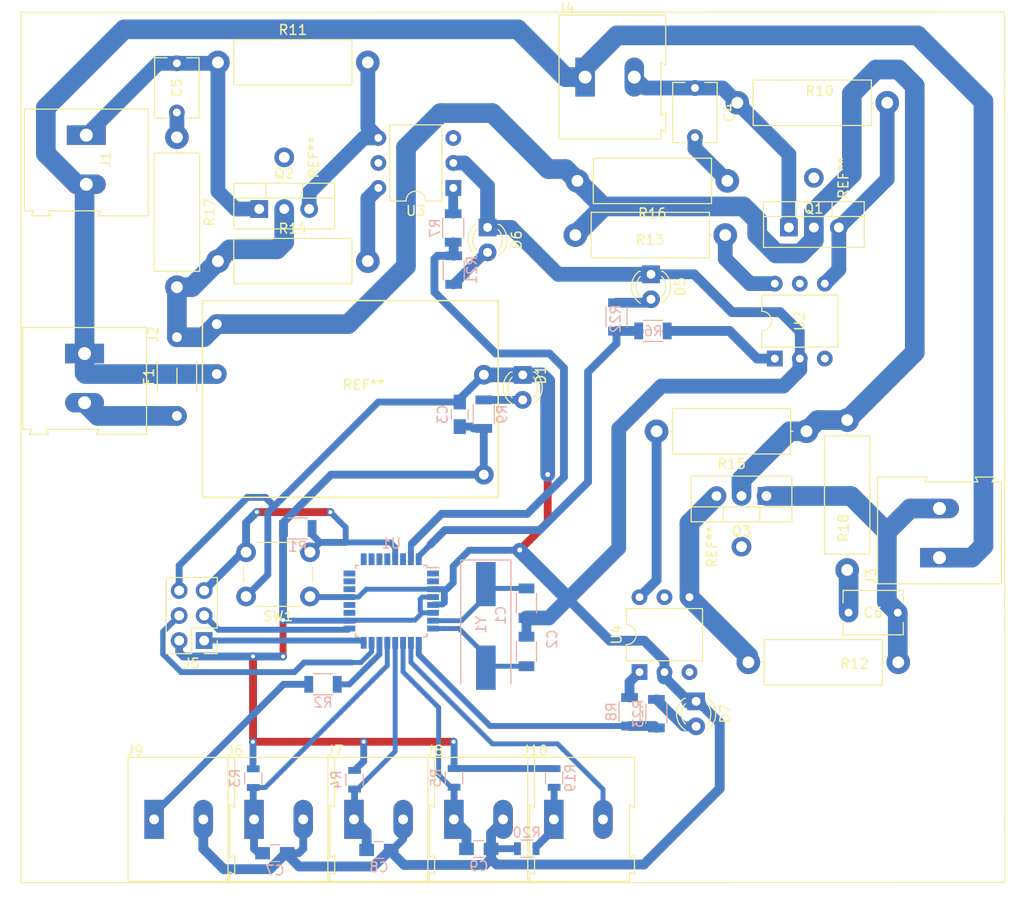
<source format=kicad_pcb>
(kicad_pcb (version 20171130) (host pcbnew "(5.1.4)-1")
  (layers (0 F.Cu signal) (31 B.Cu signal) (34 B.Paste user hide) (35 F.Paste user hide) (36 B.SilkS user hide) (37 F.SilkS user) (38 B.Mask user) (39 F.Mask user hide) (44 Edge.Cuts user hide))
  (net 0 "")
  (net 1 "Net-(C1-Pad1)")
  (net 2 Earth)
  (net 3 "Net-(C2-Pad1)")
  (net 4 +5V)
  (net 5 "Net-(C4-Pad2)")
  (net 6 /Pump)
  (net 7 /Valve)
  (net 8 "Net-(C5-Pad2)")
  (net 9 "Net-(C6-Pad2)")
  (net 10 /Motor)
  (net 11 /Button)
  (net 12 /Switch)
  (net 13 /Float)
  (net 14 "Net-(D1-Pad2)")
  (net 15 "Net-(D5-Pad2)")
  (net 16 "Net-(D6-Pad2)")
  (net 17 "Net-(D7-Pad2)")
  (net 18 "Net-(F1-Pad1)")
  (net 19 /RST)
  (net 20 /MOSI)
  (net 21 /SCK)
  (net 22 /MISO)
  (net 23 /Led)
  (net 24 "Net-(J10-Pad1)")
  (net 25 "Net-(Q1-Pad3)")
  (net 26 "Net-(Q2-Pad3)")
  (net 27 "Net-(Q3-Pad3)")
  (net 28 "Net-(R2-Pad2)")
  (net 29 /PumpPin)
  (net 30 /MotorPin)
  (net 31 "Net-(R13-Pad2)")
  (net 32 "Net-(R14-Pad2)")
  (net 33 "Net-(R15-Pad2)")
  (net 34 "Net-(U1-Pad28)")
  (net 35 "Net-(U1-Pad27)")
  (net 36 "Net-(U1-Pad26)")
  (net 37 "Net-(U1-Pad25)")
  (net 38 "Net-(U1-Pad24)")
  (net 39 "Net-(U1-Pad23)")
  (net 40 "Net-(U2-Pad5)")
  (net 41 "Net-(U2-Pad3)")
  (net 42 "Net-(U3-Pad3)")
  (net 43 "Net-(U3-Pad5)")
  (net 44 "Net-(U4-Pad3)")
  (net 45 "Net-(U4-Pad5)")
  (net 46 /220_In1)
  (net 47 /220_In2)
  (net 48 "Net-(R7-Pad1)")
  (net 49 "Net-(R6-Pad1)")
  (net 50 "Net-(R8-Pad1)")
  (net 51 "Net-(U1-Pad22)")
  (net 52 "Net-(U1-Pad20)")
  (net 53 "Net-(U1-Pad19)")
  (net 54 "Net-(U1-Pad1)")
  (net 55 /ValvePin)
  (net 56 /PD6)
  (net 57 "Net-(U1-Pad30)")
  (net 58 "Net-(U1-Pad2)")
  (module Resistors_SMD:R_0805 (layer B.Cu) (at 35.63 89.87 270)
    (fp_text reference R3 (at 0 1.85 90) (layer B.SilkS) (effects (justify mirror)))
    (fp_text value 150k)
    (pad 1 smd rect (at -0.95 0 270) (size 0.7 1.3) (layers B.Cu B.Paste B.Mask) (net 4 +5V))
    (pad 2 smd rect (at 0.95 0 270) (size 0.7 1.3) (layers B.Cu B.Paste B.Mask) (net 11 /Button))
  )
  (module Resistors_SMD:R_0805 (layer B.Cu) (at 66.22 89.85 90)
    (fp_text reference R19 (at 0 1.65 90) (layer B.SilkS) (effects (justify mirror)))
    (fp_text value R)
    (pad 2 smd rect (at 0.95 0 90) (size 0.7 1.3) (layers B.Cu B.Paste B.Mask) (net 4 +5V))
    (pad 1 smd rect (at -0.95 0 90) (size 0.7 1.3) (layers B.Cu B.Paste B.Mask) (net 24 "Net-(J10-Pad1)"))
  )
  (module Resistors_SMD:R_0805 (layer B.Cu) (at 45.93 90.03 270)
    (fp_text reference R4 (at 0 1.85 90) (layer B.SilkS) (effects (justify mirror)))
    (fp_text value 150k)
    (pad 1 smd rect (at -0.95 0 270) (size 0.7 1.3) (layers B.Cu B.Paste B.Mask) (net 4 +5V))
    (pad 2 smd rect (at 0.95 0 270) (size 0.7 1.3) (layers B.Cu B.Paste B.Mask) (net 12 /Switch))
  )
  (module Resistors_SMD:R_0805 (layer B.Cu) (at 56.05 89.84 270)
    (fp_text reference R5 (at 0 1.85 90) (layer B.SilkS) (effects (justify mirror)))
    (fp_text value 150k)
    (pad 1 smd rect (at -0.95 0 270) (size 0.7 1.3) (layers B.Cu B.Paste B.Mask) (net 4 +5V))
    (pad 2 smd rect (at 0.95 0 270) (size 0.7 1.3) (layers B.Cu B.Paste B.Mask) (net 13 /Float))
  )
  (module Resistors_SMD:R_1206 (layer B.Cu) (at 40.16 64.48)
    (fp_text reference R1 (at 0 1.85) (layer B.SilkS) (effects (justify mirror)))
    (fp_text value 10k)
    (pad 1 smd rect (at -1.45 0) (size 0.9 1.7) (layers B.Cu B.Paste B.Mask) (net 4 +5V))
    (pad 2 smd rect (at 1.45 0) (size 0.9 1.7) (layers B.Cu B.Paste B.Mask) (net 19 /RST))
  )
  (module Pin_Headers:Pin_Header_Straight_2x03_Pitch2.54mm (layer F.Cu) (at 30.64 75.88 180)
    (fp_text reference J5 (at 1.27 -2.33) (layer F.SilkS))
    (fp_text value ISCP)
    (pad 6 thru_hole oval (at 2.54 5.08 180) (size 1.7 1.7) (drill 1) (layers *.Cu *.Mask) (net 2 Earth))
    (pad 5 thru_hole oval (at 0 5.08 180) (size 1.7 1.7) (drill 1) (layers *.Cu *.Mask) (net 19 /RST))
    (pad 4 thru_hole oval (at 2.54 2.54 180) (size 1.7 1.7) (drill 1) (layers *.Cu *.Mask) (net 20 /MOSI))
    (pad 3 thru_hole oval (at 0 2.54 180) (size 1.7 1.7) (drill 1) (layers *.Cu *.Mask) (net 21 /SCK))
    (pad 2 thru_hole oval (at 2.54 0 180) (size 1.7 1.7) (drill 1) (layers *.Cu *.Mask) (net 4 +5V))
    (pad 1 thru_hole rect (at 0 0 180) (size 1.7 1.7) (drill 1) (layers *.Cu *.Mask) (net 22 /MISO))
  )
  (module Buttons_Switches_THT:SW_PUSH_6mm (layer F.Cu) (at 41.4 71.4 180)
    (fp_text reference SW1 (at 3.25 -2) (layer F.SilkS))
    (fp_text value SW_Push)
    (pad 1 thru_hole circle (at 6.5 0 270) (size 2 2) (drill 1.1) (layers *.Cu *.Mask) (net 2 Earth))
    (pad 2 thru_hole circle (at 6.5 4.5 270) (size 2 2) (drill 1.1) (layers *.Cu *.Mask) (net 19 /RST))
    (pad 1 thru_hole circle (at 0 0 270) (size 2 2) (drill 1.1) (layers *.Cu *.Mask) (net 2 Earth))
    (pad 2 thru_hole circle (at 0 4.5 270) (size 2 2) (drill 1.1) (layers *.Cu *.Mask) (net 19 /RST))
  )
  (module Crystals:Crystal_SMD_HC49-SD (layer B.Cu) (at 59.28 74.39 270)
    (fp_text reference Y1 (at -0.11 0.48 270) (layer B.SilkS) (effects (justify mirror)))
    (fp_text value 16MHz)
    (pad 2 smd rect (at 4.25 0 270) (size 4.5 2) (layers B.Cu B.Paste B.Mask) (net 3 "Net-(C2-Pad1)"))
    (pad 1 smd rect (at -4.25 0 270) (size 4.5 2) (layers B.Cu B.Paste B.Mask) (net 1 "Net-(C1-Pad1)"))
  )
  (module Housings_QFP:LQFP-32_7x7mm_Pitch0.8mm (layer B.Cu) (at 49.66 71.86 180)
    (fp_text reference U1 (at 0 5.85) (layer B.SilkS) (effects (justify mirror)))
    (fp_text value ATmega8A-AU)
    (pad 32 smd rect (at -2.8 4.25 90) (size 1.2 0.6) (layers B.Cu B.Paste B.Mask) (net 29 /PumpPin))
    (pad 31 smd rect (at -2 4.25 90) (size 1.2 0.6) (layers B.Cu B.Paste B.Mask) (net 55 /ValvePin))
    (pad 30 smd rect (at -1.2 4.25 90) (size 1.2 0.6) (layers B.Cu B.Paste B.Mask) (net 57 "Net-(U1-Pad30)"))
    (pad 29 smd rect (at -0.4 4.25 90) (size 1.2 0.6) (layers B.Cu B.Paste B.Mask) (net 19 /RST))
    (pad 28 smd rect (at 0.4 4.25 90) (size 1.2 0.6) (layers B.Cu B.Paste B.Mask) (net 34 "Net-(U1-Pad28)"))
    (pad 27 smd rect (at 1.2 4.25 90) (size 1.2 0.6) (layers B.Cu B.Paste B.Mask) (net 35 "Net-(U1-Pad27)"))
    (pad 26 smd rect (at 2 4.25 90) (size 1.2 0.6) (layers B.Cu B.Paste B.Mask) (net 36 "Net-(U1-Pad26)"))
    (pad 25 smd rect (at 2.8 4.25 90) (size 1.2 0.6) (layers B.Cu B.Paste B.Mask) (net 37 "Net-(U1-Pad25)"))
    (pad 24 smd rect (at 4.25 2.8 180) (size 1.2 0.6) (layers B.Cu B.Paste B.Mask) (net 38 "Net-(U1-Pad24)"))
    (pad 23 smd rect (at 4.25 2 180) (size 1.2 0.6) (layers B.Cu B.Paste B.Mask) (net 39 "Net-(U1-Pad23)"))
    (pad 22 smd rect (at 4.25 1.2 180) (size 1.2 0.6) (layers B.Cu B.Paste B.Mask) (net 51 "Net-(U1-Pad22)"))
    (pad 21 smd rect (at 4.25 0.4 180) (size 1.2 0.6) (layers B.Cu B.Paste B.Mask) (net 2 Earth))
    (pad 20 smd rect (at 4.25 -0.4 180) (size 1.2 0.6) (layers B.Cu B.Paste B.Mask) (net 52 "Net-(U1-Pad20)"))
    (pad 19 smd rect (at 4.25 -1.2 180) (size 1.2 0.6) (layers B.Cu B.Paste B.Mask) (net 53 "Net-(U1-Pad19)"))
    (pad 18 smd rect (at 4.25 -2 180) (size 1.2 0.6) (layers B.Cu B.Paste B.Mask) (net 4 +5V))
    (pad 17 smd rect (at 4.25 -2.8 180) (size 1.2 0.6) (layers B.Cu B.Paste B.Mask) (net 21 /SCK))
    (pad 16 smd rect (at 2.8 -4.25 90) (size 1.2 0.6) (layers B.Cu B.Paste B.Mask) (net 22 /MISO))
    (pad 15 smd rect (at 2 -4.25 90) (size 1.2 0.6) (layers B.Cu B.Paste B.Mask) (net 20 /MOSI))
    (pad 14 smd rect (at 1.2 -4.25 90) (size 1.2 0.6) (layers B.Cu B.Paste B.Mask) (net 28 "Net-(R2-Pad2)"))
    (pad 13 smd rect (at 0.4 -4.25 90) (size 1.2 0.6) (layers B.Cu B.Paste B.Mask) (net 11 /Button))
    (pad 12 smd rect (at -0.4 -4.25 90) (size 1.2 0.6) (layers B.Cu B.Paste B.Mask) (net 12 /Switch))
    (pad 11 smd rect (at -1.2 -4.25 90) (size 1.2 0.6) (layers B.Cu B.Paste B.Mask) (net 13 /Float))
    (pad 10 smd rect (at -2 -4.25 90) (size 1.2 0.6) (layers B.Cu B.Paste B.Mask) (net 56 /PD6))
    (pad 9 smd rect (at -2.8 -4.25 90) (size 1.2 0.6) (layers B.Cu B.Paste B.Mask) (net 30 /MotorPin))
    (pad 8 smd rect (at -4.25 -2.8 180) (size 1.2 0.6) (layers B.Cu B.Paste B.Mask) (net 3 "Net-(C2-Pad1)"))
    (pad 7 smd rect (at -4.25 -2 180) (size 1.2 0.6) (layers B.Cu B.Paste B.Mask) (net 1 "Net-(C1-Pad1)"))
    (pad 6 smd rect (at -4.25 -1.2 180) (size 1.2 0.6) (layers B.Cu B.Paste B.Mask) (net 4 +5V))
    (pad 5 smd rect (at -4.25 -0.4 180) (size 1.2 0.6) (layers B.Cu B.Paste B.Mask) (net 2 Earth))
    (pad 4 smd rect (at -4.25 0.4 180) (size 1.2 0.6) (layers B.Cu B.Paste B.Mask) (net 4 +5V))
    (pad 3 smd rect (at -4.25 1.2 180) (size 1.2 0.6) (layers B.Cu B.Paste B.Mask) (net 2 Earth))
    (pad 2 smd rect (at -4.25 2 180) (size 1.2 0.6) (layers B.Cu B.Paste B.Mask) (net 58 "Net-(U1-Pad2)"))
    (pad 1 smd rect (at -4.25 2.8 180) (size 1.2 0.6) (layers B.Cu B.Paste B.Mask) (net 54 "Net-(U1-Pad1)"))
  )
  (module Capacitors_SMD:C_0805_HandSoldering (layer B.Cu) (at 58.56 97.07)
    (fp_text reference C9 (at 0 1.75) (layer B.SilkS) (effects (justify mirror)))
    (fp_text value 0.33uF)
    (pad 1 smd rect (at -1.25 0) (size 1.5 1.25) (layers B.Cu B.Paste B.Mask) (net 13 /Float))
    (pad 2 smd rect (at 1.25 0) (size 1.5 1.25) (layers B.Cu B.Paste B.Mask) (net 2 Earth))
  )
  (module Capacitors_SMD:C_1206 (layer B.Cu) (at 63.41 72.08 270)
    (fp_text reference C1 (at 1.25 2.61 270) (layer B.SilkS) (effects (justify mirror)))
    (fp_text value 22p)
    (pad 1 smd rect (at -1.5 0 270) (size 1 1.6) (layers B.Cu B.Paste B.Mask) (net 1 "Net-(C1-Pad1)"))
    (pad 2 smd rect (at 1.5 0 270) (size 1 1.6) (layers B.Cu B.Paste B.Mask) (net 2 Earth))
  )
  (module Capacitors_SMD:C_1206 (layer B.Cu) (at 63.41 76.99 90)
    (fp_text reference C2 (at 1.25 2.61 270) (layer B.SilkS) (effects (justify mirror)))
    (fp_text value 22p)
    (pad 1 smd rect (at -1.5 0 90) (size 1 1.6) (layers B.Cu B.Paste B.Mask) (net 3 "Net-(C2-Pad1)"))
    (pad 2 smd rect (at 1.5 0 90) (size 1 1.6) (layers B.Cu B.Paste B.Mask) (net 2 Earth))
  )
  (module Connectors_Terminal_Blocks:TerminalBlock_Altech_AK300-2_P5.00mm (layer F.Cu) (at 35.71 94.06)
    (fp_text reference J6 (at -1.92 -6.99) (layer F.SilkS))
    (fp_text value ButtonOUT)
    (pad 1 thru_hole rect (at 0 0) (size 1.98 3.96) (drill 1) (layers *.Cu *.Mask) (net 11 /Button))
    (pad 2 thru_hole oval (at 5 0) (size 1.98 3.96) (drill 1) (layers *.Cu *.Mask) (net 2 Earth))
  )
  (module Connectors_Terminal_Blocks:TerminalBlock_Altech_AK300-2_P5.00mm (layer F.Cu) (at 56.03 94.06)
    (fp_text reference J8 (at -1.92 -6.99) (layer F.SilkS))
    (fp_text value FloatOUT)
    (pad 2 thru_hole oval (at 5 0) (size 1.98 3.96) (drill 1) (layers *.Cu *.Mask) (net 2 Earth))
    (pad 1 thru_hole rect (at 0 0) (size 1.98 3.96) (drill 1) (layers *.Cu *.Mask) (net 13 /Float))
  )
  (module Capacitors_SMD:C_0805_HandSoldering (layer B.Cu) (at 37.83 97.5)
    (fp_text reference C7 (at 0 1.75) (layer B.SilkS) (effects (justify mirror)))
    (fp_text value 0.33uF)
    (pad 2 smd rect (at 1.25 0) (size 1.5 1.25) (layers B.Cu B.Paste B.Mask) (net 2 Earth))
    (pad 1 smd rect (at -1.25 0) (size 1.5 1.25) (layers B.Cu B.Paste B.Mask) (net 11 /Button))
  )
  (module Resistors_SMD:R_1206 (layer B.Cu) (at 73.89 83.12 270)
    (fp_text reference R8 (at 0 1.85 90) (layer B.SilkS) (effects (justify mirror)))
    (fp_text value 220)
    (pad 2 smd rect (at 1.45 0 270) (size 0.9 1.7) (layers B.Cu B.Paste B.Mask) (net 30 /MotorPin))
    (pad 1 smd rect (at -1.45 0 270) (size 0.9 1.7) (layers B.Cu B.Paste B.Mask) (net 50 "Net-(R8-Pad1)"))
  )
  (module Resistors_SMD:R_1206 (layer B.Cu) (at 76.62 83.31 270)
    (fp_text reference R23 (at 0 1.85 90) (layer B.SilkS) (effects (justify mirror)))
    (fp_text value 220)
    (pad 1 smd rect (at -1.45 0 270) (size 0.9 1.7) (layers B.Cu B.Paste B.Mask) (net 17 "Net-(D7-Pad2)"))
    (pad 2 smd rect (at 1.45 0 270) (size 0.9 1.7) (layers B.Cu B.Paste B.Mask) (net 30 /MotorPin))
  )
  (module LEDs:LED_D3.0mm (layer F.Cu) (at 80.66 82.06 270)
    (fp_text reference D7 (at 1.27 -2.96 90) (layer F.SilkS))
    (fp_text value LED)
    (pad 2 thru_hole circle (at 2.54 0 270) (size 1.8 1.8) (drill 0.9) (layers *.Cu *.Mask) (net 17 "Net-(D7-Pad2)"))
    (pad 1 thru_hole rect (at 0 0 270) (size 1.8 1.8) (drill 0.9) (layers *.Cu *.Mask) (net 2 Earth))
  )
  (module Housings_DIP:DIP-6_W7.62mm (layer F.Cu) (at 74.9 79.09 90)
    (fp_text reference U4 (at 3.81 -2.33 90) (layer F.SilkS))
    (fp_text value MOC3023M)
    (pad 1 thru_hole rect (at 0 0 90) (size 1.6 1.6) (drill 0.8) (layers *.Cu *.Mask) (net 50 "Net-(R8-Pad1)"))
    (pad 4 thru_hole oval (at 7.62 5.08 90) (size 1.6 1.6) (drill 0.8) (layers *.Cu *.Mask) (net 27 "Net-(Q3-Pad3)"))
    (pad 2 thru_hole oval (at 0 2.54 90) (size 1.6 1.6) (drill 0.8) (layers *.Cu *.Mask) (net 2 Earth))
    (pad 5 thru_hole oval (at 7.62 2.54 90) (size 1.6 1.6) (drill 0.8) (layers *.Cu *.Mask) (net 45 "Net-(U4-Pad5)"))
    (pad 3 thru_hole oval (at 0 5.08 90) (size 1.6 1.6) (drill 0.8) (layers *.Cu *.Mask) (net 44 "Net-(U4-Pad3)"))
    (pad 6 thru_hole oval (at 7.62 0 90) (size 1.6 1.6) (drill 0.8) (layers *.Cu *.Mask) (net 33 "Net-(R15-Pad2)"))
  )
  (module Resistors_SMD:R_1206 (layer B.Cu) (at 59.07 52.86 90)
    (fp_text reference R9 (at 0 1.85 90) (layer B.SilkS) (effects (justify mirror)))
    (fp_text value 270)
    (pad 2 smd rect (at 1.45 0 90) (size 0.9 1.7) (layers B.Cu B.Paste B.Mask) (net 14 "Net-(D1-Pad2)"))
    (pad 1 smd rect (at -1.45 0 90) (size 0.9 1.7) (layers B.Cu B.Paste B.Mask) (net 4 +5V))
  )
  (module Capacitors_SMD:C_0805_HandSoldering (layer B.Cu) (at 48.41 97.17)
    (fp_text reference C8 (at 0 1.75) (layer B.SilkS) (effects (justify mirror)))
    (fp_text value 0.33uF)
    (pad 2 smd rect (at 1.25 0) (size 1.5 1.25) (layers B.Cu B.Paste B.Mask) (net 2 Earth))
    (pad 1 smd rect (at -1.25 0) (size 1.5 1.25) (layers B.Cu B.Paste B.Mask) (net 12 /Switch))
  )
  (module "Library:BP pod vpaiky" (layer F.Cu) (at 60.534 61.314 180)
    (fp_text reference REF** (at 13.6728 11.436) (layer F.SilkS))
    (fp_text value BP_12V)
    (pad 1 thru_hole circle (at 28.61 17.61 180) (size 2 2) (drill 1) (layers *.Cu *.Mask) (net 46 /220_In1))
    (pad 2 thru_hole circle (at 28.61 12.53 180) (size 2 2) (drill 1) (layers *.Cu *.Mask) (net 47 /220_In2))
    (pad 3 thru_hole circle (at 1.46 2.3 180) (size 2 2) (drill 1) (layers *.Cu *.Mask) (net 4 +5V))
    (pad 4 thru_hole circle (at 1.46 12.46 180) (size 2 2) (drill 1) (layers *.Cu *.Mask) (net 2 Earth))
  )
  (module Capacitors_SMD:C_0805_HandSoldering (layer B.Cu) (at 56.63 52.88 270)
    (fp_text reference C3 (at 0 1.75 90) (layer B.SilkS) (effects (justify mirror)))
    (fp_text value 100nF)
    (pad 1 smd rect (at -1.25 0 270) (size 1.5 1.25) (layers B.Cu B.Paste B.Mask) (net 2 Earth))
    (pad 2 smd rect (at 1.25 0 270) (size 1.5 1.25) (layers B.Cu B.Paste B.Mask) (net 4 +5V))
  )
  (module LEDs:LED_D3.0mm (layer F.Cu) (at 63.03 48.87 270)
    (fp_text reference D1 (at 0 -1.85 90) (layer F.SilkS))
    (fp_text value LED)
    (pad 1 thru_hole rect (at 0 0 270) (size 1.8 1.8) (drill 0.9) (layers *.Cu *.Mask) (net 2 Earth))
    (pad 2 thru_hole circle (at 2.54 0 270) (size 1.8 1.8) (drill 0.9) (layers *.Cu *.Mask) (net 14 "Net-(D1-Pad2)"))
  )
  (module Resistors_SMD:R_1206 (layer B.Cu) (at 76.27 44.4 180)
    (fp_text reference R6 (at -0.02 -0.02) (layer B.SilkS) (effects (justify mirror)))
    (fp_text value 220)
    (pad 1 smd rect (at -1.45 0 180) (size 0.9 1.7) (layers B.Cu B.Paste B.Mask) (net 49 "Net-(R6-Pad1)"))
    (pad 2 smd rect (at 1.45 0 180) (size 0.9 1.7) (layers B.Cu B.Paste B.Mask) (net 29 /PumpPin))
  )
  (module Resistors_SMD:R_1206 (layer B.Cu) (at 72.56 42.98 270)
    (fp_text reference R22 (at 0.19 0.1 90) (layer B.SilkS) (effects (justify mirror)))
    (fp_text value 220)
    (pad 1 smd rect (at -1.45 0 270) (size 0.9 1.7) (layers B.Cu B.Paste B.Mask) (net 15 "Net-(D5-Pad2)"))
    (pad 2 smd rect (at 1.45 0 270) (size 0.9 1.7) (layers B.Cu B.Paste B.Mask) (net 29 /PumpPin))
  )
  (module Measurement_Points:Measurement_Point_Round-TH_Big (layer F.Cu) (at 38.778 26.752 270)
    (fp_text reference REF** (at 0 -3 90) (layer F.SilkS))
    (fp_text value " ")
    (pad 1 thru_hole circle (at 0 0 270) (size 2 2) (drill 1.1) (layers *.Cu *.Mask))
  )
  (module Measurement_Points:Measurement_Point_Round-TH_Big (layer F.Cu) (at 92.63 28.83 270)
    (fp_text reference REF** (at 0 -3 90) (layer F.SilkS))
    (fp_text value " ")
    (pad 1 thru_hole circle (at 0 0 270) (size 2 2) (drill 1.1) (layers *.Cu *.Mask))
  )
  (module Capacitors_THT:C_Disc_D6.0mm_W4.4mm_P5.00mm (layer F.Cu) (at 80.54 19.7 270)
    (fp_text reference C4 (at 2.5 -3.51 90) (layer F.SilkS))
    (fp_text value 0.01uF)
    (pad 2 thru_hole circle (at 5 0 270) (size 1.6 1.6) (drill 0.8) (layers *.Cu *.Mask) (net 5 "Net-(C4-Pad2)"))
    (pad 1 thru_hole circle (at 0 0 270) (size 1.6 1.6) (drill 0.8) (layers *.Cu *.Mask) (net 6 /Pump))
  )
  (module TO_SOT_Packages_THT:TO-220-3_Vertical (layer F.Cu) (at 90.09 33.88)
    (fp_text reference Q1 (at 2.525 -1.925) (layer F.SilkS))
    (fp_text value BT136)
    (pad 3 thru_hole oval (at 5.08 0) (size 1.8 1.8) (drill 1) (layers *.Cu *.Mask) (net 25 "Net-(Q1-Pad3)"))
    (pad 2 thru_hole oval (at 2.54 0) (size 1.8 1.8) (drill 1) (layers *.Cu *.Mask) (net 46 /220_In1))
    (pad 1 thru_hole rect (at 0 0) (size 1.8 1.8) (drill 1) (layers *.Cu *.Mask) (net 6 /Pump))
  )
  (module Housings_DIP:DIP-6_W7.62mm (layer F.Cu) (at 88.66 47.21 90)
    (fp_text reference U2 (at 3.8 2.54 90) (layer F.SilkS))
    (fp_text value MOC3023M)
    (pad 1 thru_hole rect (at 0 0 90) (size 1.6 1.6) (drill 0.8) (layers *.Cu *.Mask) (net 49 "Net-(R6-Pad1)"))
    (pad 4 thru_hole oval (at 7.62 5.08 90) (size 1.6 1.6) (drill 0.8) (layers *.Cu *.Mask) (net 25 "Net-(Q1-Pad3)"))
    (pad 2 thru_hole oval (at 0 2.54 90) (size 1.6 1.6) (drill 0.8) (layers *.Cu *.Mask) (net 2 Earth))
    (pad 5 thru_hole oval (at 7.62 2.54 90) (size 1.6 1.6) (drill 0.8) (layers *.Cu *.Mask) (net 40 "Net-(U2-Pad5)"))
    (pad 3 thru_hole oval (at 0 5.08 90) (size 1.6 1.6) (drill 0.8) (layers *.Cu *.Mask) (net 41 "Net-(U2-Pad3)"))
    (pad 6 thru_hole oval (at 7.62 0 90) (size 1.6 1.6) (drill 0.8) (layers *.Cu *.Mask) (net 31 "Net-(R13-Pad2)"))
  )
  (module Resistors_THT:R_Axial_DIN0414_L11.9mm_D4.5mm_P15.24mm_Horizontal (layer F.Cu) (at 83.83 29.14 180)
    (fp_text reference R16 (at 7.62 -3.31) (layer F.SilkS))
    (fp_text value 39)
    (pad 1 thru_hole circle (at 0 0 180) (size 2.4 2.4) (drill 1.2) (layers *.Cu *.Mask) (net 5 "Net-(C4-Pad2)"))
    (pad 2 thru_hole oval (at 15.24 0 180) (size 2.4 2.4) (drill 1.2) (layers *.Cu *.Mask) (net 46 /220_In1))
  )
  (module Resistors_THT:R_Axial_DIN0414_L11.9mm_D4.5mm_P15.24mm_Horizontal (layer F.Cu) (at 84.85 21.2)
    (fp_text reference R10 (at 8.375 -1.2) (layer F.SilkS))
    (fp_text value 330)
    (pad 2 thru_hole oval (at 15.24 0) (size 2.4 2.4) (drill 1.2) (layers *.Cu *.Mask) (net 25 "Net-(Q1-Pad3)"))
    (pad 1 thru_hole circle (at 0 0) (size 2.4 2.4) (drill 1.2) (layers *.Cu *.Mask) (net 6 /Pump))
  )
  (module Resistors_THT:R_Axial_DIN0414_L11.9mm_D4.5mm_P15.24mm_Horizontal (layer F.Cu) (at 68.38 34.65)
    (fp_text reference R13 (at 7.6 0.5) (layer F.SilkS))
    (fp_text value 390)
    (pad 1 thru_hole circle (at 0 0) (size 2.4 2.4) (drill 1.2) (layers *.Cu *.Mask) (net 46 /220_In1))
    (pad 2 thru_hole oval (at 15.24 0) (size 2.4 2.4) (drill 1.2) (layers *.Cu *.Mask) (net 31 "Net-(R13-Pad2)"))
  )
  (module Measurement_Points:Measurement_Point_Round-TH_Big (layer F.Cu) (at 85.274 66.332 90)
    (fp_text reference REF** (at 0 -3 90) (layer F.SilkS))
    (fp_text value " ")
    (pad 1 thru_hole circle (at 0 0 90) (size 2 2) (drill 1.1) (layers *.Cu *.Mask))
  )
  (module Capacitors_THT:C_Disc_D6.0mm_W4.4mm_P5.00mm (layer F.Cu) (at 27.86 17.19 270)
    (fp_text reference C5 (at 2.498 -0.002 90) (layer F.SilkS))
    (fp_text value 0.01uF)
    (pad 1 thru_hole circle (at 0 0 270) (size 1.6 1.6) (drill 0.8) (layers *.Cu *.Mask) (net 7 /Valve))
    (pad 2 thru_hole circle (at 5 0 270) (size 1.6 1.6) (drill 0.8) (layers *.Cu *.Mask) (net 8 "Net-(C5-Pad2)"))
  )
  (module Capacitors_THT:C_Disc_D6.0mm_W4.4mm_P5.00mm (layer F.Cu) (at 101.16 73.04 180)
    (fp_text reference C6 (at 2.5 0) (layer F.SilkS))
    (fp_text value 0.01uF)
    (pad 1 thru_hole circle (at 0 0 180) (size 1.6 1.6) (drill 0.8) (layers *.Cu *.Mask) (net 10 /Motor))
    (pad 2 thru_hole circle (at 5 0 180) (size 1.6 1.6) (drill 0.8) (layers *.Cu *.Mask) (net 9 "Net-(C6-Pad2)"))
  )
  (module Library:MyBladeFuse (layer F.Cu) (at 27.87 53.04 90)
    (fp_text reference F1 (at 3.95 -2.85 90) (layer F.SilkS))
    (fp_text value Fuse)
    (pad 2 thru_hole oval (at 8 0 90) (size 2 2) (drill 1) (layers *.Cu *.Mask) (net 46 /220_In1))
    (pad 1 thru_hole oval (at 0 0 90) (size 2 2) (drill 1) (layers *.Cu *.Mask) (net 18 "Net-(F1-Pad1)"))
  )
  (module Connectors_Terminal_Blocks:TerminalBlock_Altech_AK300-2_P5.00mm (layer F.Cu) (at 18.658 24.492 270)
    (fp_text reference J1 (at 2.498 -1.992 90) (layer F.SilkS))
    (fp_text value ValveOUT)
    (pad 2 thru_hole oval (at 5 0 270) (size 1.98 3.96) (drill 1.32) (layers *.Cu *.Mask) (net 47 /220_In2))
    (pad 1 thru_hole rect (at 0 0 270) (size 1.98 3.96) (drill 1.32) (layers *.Cu *.Mask) (net 7 /Valve))
  )
  (module Connectors_Terminal_Blocks:TerminalBlock_Altech_AK300-2_P5.00mm (layer F.Cu) (at 18.479 46.7 270)
    (fp_text reference J2 (at -1.92 -6.99 90) (layer F.SilkS))
    (fp_text value 220V_IN)
    (pad 2 thru_hole oval (at 5 0 270) (size 1.98 3.96) (drill 1.32) (layers *.Cu *.Mask) (net 18 "Net-(F1-Pad1)"))
    (pad 1 thru_hole rect (at 0 0 270) (size 1.98 3.96) (drill 1.32) (layers *.Cu *.Mask) (net 47 /220_In2))
  )
  (module Connectors_Terminal_Blocks:TerminalBlock_Altech_AK300-2_P5.00mm (layer F.Cu) (at 105.404 67.452 90)
    (fp_text reference J3 (at -1.92 -6.99 90) (layer F.SilkS))
    (fp_text value MotorOUT)
    (pad 1 thru_hole rect (at 0 0 90) (size 1.98 3.96) (drill 1.32) (layers *.Cu *.Mask) (net 47 /220_In2))
    (pad 2 thru_hole oval (at 5 0 90) (size 1.98 3.96) (drill 1.32) (layers *.Cu *.Mask) (net 10 /Motor))
  )
  (module Connectors_Terminal_Blocks:TerminalBlock_Altech_AK300-2_P5.00mm (layer F.Cu) (at 69.37 18.59)
    (fp_text reference J4 (at -1.92 -6.99) (layer F.SilkS))
    (fp_text value PumpOUT)
    (pad 1 thru_hole rect (at 0 0) (size 1.98 3.96) (drill 1.32) (layers *.Cu *.Mask) (net 47 /220_In2))
    (pad 2 thru_hole oval (at 5 0) (size 1.98 3.96) (drill 1.32) (layers *.Cu *.Mask) (net 6 /Pump))
  )
  (module Connectors_Terminal_Blocks:TerminalBlock_Altech_AK300-2_P5.00mm (layer F.Cu) (at 45.87 94.06)
    (fp_text reference J7 (at -1.92 -6.99) (layer F.SilkS))
    (fp_text value SwitchOUT)
    (pad 2 thru_hole oval (at 5 0) (size 1.98 3.96) (drill 1) (layers *.Cu *.Mask) (net 2 Earth))
    (pad 1 thru_hole rect (at 0 0) (size 1.98 3.96) (drill 1) (layers *.Cu *.Mask) (net 12 /Switch))
  )
  (module Connectors_Terminal_Blocks:TerminalBlock_Altech_AK300-2_P5.00mm (layer F.Cu) (at 25.55 94.06)
    (fp_text reference J9 (at -1.92 -6.99) (layer F.SilkS))
    (fp_text value LedOUT)
    (pad 1 thru_hole rect (at 0 0) (size 1.98 3.96) (drill 1) (layers *.Cu *.Mask) (net 23 /Led))
    (pad 2 thru_hole oval (at 5 0) (size 1.98 3.96) (drill 1) (layers *.Cu *.Mask) (net 2 Earth))
  )
  (module Connectors_Terminal_Blocks:TerminalBlock_Altech_AK300-2_P5.00mm (layer F.Cu) (at 66.19 94.06)
    (fp_text reference J10 (at -1.92 -6.99) (layer F.SilkS))
    (fp_text value PD6)
    (pad 1 thru_hole rect (at 0 0) (size 1.98 3.96) (drill 1) (layers *.Cu *.Mask) (net 24 "Net-(J10-Pad1)"))
    (pad 2 thru_hole oval (at 5 0) (size 1.98 3.96) (drill 1) (layers *.Cu *.Mask) (net 56 /PD6))
  )
  (module TO_SOT_Packages_THT:TO-220-3_Vertical (layer F.Cu) (at 36.238 32.002)
    (fp_text reference Q2 (at 2.54 -3.62) (layer F.SilkS))
    (fp_text value BT136)
    (pad 1 thru_hole rect (at 0 0) (size 1.8 1.8) (drill 1) (layers *.Cu *.Mask) (net 7 /Valve))
    (pad 2 thru_hole oval (at 2.54 0) (size 1.8 1.8) (drill 1) (layers *.Cu *.Mask) (net 46 /220_In1))
    (pad 3 thru_hole oval (at 5.08 0) (size 1.8 1.8) (drill 1) (layers *.Cu *.Mask) (net 26 "Net-(Q2-Pad3)"))
  )
  (module TO_SOT_Packages_THT:TO-220-3_Vertical (layer F.Cu) (at 87.814 61.182 180)
    (fp_text reference Q3 (at 2.54 -3.62) (layer F.SilkS))
    (fp_text value BT136)
    (pad 1 thru_hole rect (at 0 0 180) (size 1.8 1.8) (drill 1) (layers *.Cu *.Mask) (net 10 /Motor))
    (pad 2 thru_hole oval (at 2.54 0 180) (size 1.8 1.8) (drill 1) (layers *.Cu *.Mask) (net 46 /220_In1))
    (pad 3 thru_hole oval (at 5.08 0 180) (size 1.8 1.8) (drill 1) (layers *.Cu *.Mask) (net 27 "Net-(Q3-Pad3)"))
  )
  (module Resistors_SMD:R_1206 (layer B.Cu) (at 42.72 80.33)
    (fp_text reference R2 (at 0 1.85) (layer B.SilkS) (effects (justify mirror)))
    (fp_text value 270)
    (pad 1 smd rect (at -1.45 0) (size 0.9 1.7) (layers B.Cu B.Paste B.Mask) (net 23 /Led))
    (pad 2 smd rect (at 1.45 0) (size 0.9 1.7) (layers B.Cu B.Paste B.Mask) (net 28 "Net-(R2-Pad2)"))
  )
  (module Resistors_SMD:R_1206 (layer B.Cu) (at 55.96 33.93 270)
    (fp_text reference R7 (at 0 1.85 90) (layer B.SilkS) (effects (justify mirror)))
    (fp_text value 220)
    (pad 1 smd rect (at -1.45 0 270) (size 0.9 1.7) (layers B.Cu B.Paste B.Mask) (net 48 "Net-(R7-Pad1)"))
    (pad 2 smd rect (at 1.45 0 270) (size 0.9 1.7) (layers B.Cu B.Paste B.Mask) (net 55 /ValvePin))
  )
  (module Resistors_THT:R_Axial_DIN0414_L11.9mm_D4.5mm_P15.24mm_Horizontal (layer F.Cu) (at 32.038 17.102)
    (fp_text reference R11 (at 7.62 -3.31) (layer F.SilkS))
    (fp_text value 330)
    (pad 1 thru_hole circle (at 0 0) (size 2.4 2.4) (drill 1.2) (layers *.Cu *.Mask) (net 7 /Valve))
    (pad 2 thru_hole oval (at 15.24 0) (size 2.4 2.4) (drill 1.2) (layers *.Cu *.Mask) (net 26 "Net-(Q2-Pad3)"))
  )
  (module Resistors_THT:R_Axial_DIN0414_L11.9mm_D4.5mm_P15.24mm_Horizontal (layer F.Cu) (at 101.21 78.09 180)
    (fp_text reference R12 (at 4.45 -0.15) (layer F.SilkS))
    (fp_text value 330)
    (pad 1 thru_hole circle (at 0 0 180) (size 2.4 2.4) (drill 1.2) (layers *.Cu *.Mask) (net 10 /Motor))
    (pad 2 thru_hole oval (at 15.24 0 180) (size 2.4 2.4) (drill 1.2) (layers *.Cu *.Mask) (net 27 "Net-(Q3-Pad3)"))
  )
  (module Resistors_THT:R_Axial_DIN0414_L11.9mm_D4.5mm_P15.24mm_Horizontal (layer F.Cu) (at 32.038 37.302)
    (fp_text reference R14 (at 7.62 -3.31) (layer F.SilkS))
    (fp_text value 390)
    (pad 2 thru_hole oval (at 15.24 0) (size 2.4 2.4) (drill 1.2) (layers *.Cu *.Mask) (net 32 "Net-(R14-Pad2)"))
    (pad 1 thru_hole circle (at 0 0) (size 2.4 2.4) (drill 1.2) (layers *.Cu *.Mask) (net 46 /220_In1))
  )
  (module Resistors_THT:R_Axial_DIN0414_L11.9mm_D4.5mm_P15.24mm_Horizontal (layer F.Cu) (at 91.879 54.602 180)
    (fp_text reference R15 (at 7.62 -3.31) (layer F.SilkS))
    (fp_text value 390)
    (pad 1 thru_hole circle (at 0 0 180) (size 2.4 2.4) (drill 1.2) (layers *.Cu *.Mask) (net 46 /220_In1))
    (pad 2 thru_hole oval (at 15.24 0 180) (size 2.4 2.4) (drill 1.2) (layers *.Cu *.Mask) (net 33 "Net-(R15-Pad2)"))
  )
  (module Resistors_THT:R_Axial_DIN0414_L11.9mm_D4.5mm_P15.24mm_Horizontal (layer F.Cu) (at 27.87 24.71 270)
    (fp_text reference R17 (at 7.62 -3.31 90) (layer F.SilkS))
    (fp_text value 39)
    (pad 2 thru_hole oval (at 15.24 0 270) (size 2.4 2.4) (drill 1.2) (layers *.Cu *.Mask) (net 46 /220_In1))
    (pad 1 thru_hole circle (at 0 0 270) (size 2.4 2.4) (drill 1.2) (layers *.Cu *.Mask) (net 8 "Net-(C5-Pad2)"))
  )
  (module Resistors_THT:R_Axial_DIN0414_L11.9mm_D4.5mm_P15.24mm_Horizontal (layer F.Cu) (at 96.019 68.702 90)
    (fp_text reference R18 (at 4.275 -0.375 90) (layer F.SilkS))
    (fp_text value 39)
    (pad 2 thru_hole oval (at 15.24 0 90) (size 2.4 2.4) (drill 1.2) (layers *.Cu *.Mask) (net 46 /220_In1))
    (pad 1 thru_hole circle (at 0 0 90) (size 2.4 2.4) (drill 1.2) (layers *.Cu *.Mask) (net 9 "Net-(C6-Pad2)"))
  )
  (module Resistors_SMD:R_0805 (layer B.Cu) (at 63.44 97.04 180)
    (fp_text reference R20 (at 0 1.65) (layer B.SilkS) (effects (justify mirror)))
    (fp_text value R)
    (pad 2 smd rect (at 0.95 0 180) (size 0.7 1.3) (layers B.Cu B.Paste B.Mask) (net 2 Earth))
    (pad 1 smd rect (at -0.95 0 180) (size 0.7 1.3) (layers B.Cu B.Paste B.Mask) (net 24 "Net-(J10-Pad1)"))
  )
  (module Housings_DIP:DIP-6_W7.62mm (layer F.Cu) (at 55.97 29.86 180)
    (fp_text reference U3 (at 3.81 -2.33) (layer F.SilkS))
    (fp_text value MOC3023M)
    (pad 6 thru_hole oval (at 7.62 0 180) (size 1.6 1.6) (drill 0.8) (layers *.Cu *.Mask) (net 32 "Net-(R14-Pad2)"))
    (pad 3 thru_hole oval (at 0 5.08 180) (size 1.6 1.6) (drill 0.8) (layers *.Cu *.Mask) (net 42 "Net-(U3-Pad3)"))
    (pad 5 thru_hole oval (at 7.62 2.54 180) (size 1.6 1.6) (drill 0.8) (layers *.Cu *.Mask) (net 43 "Net-(U3-Pad5)"))
    (pad 2 thru_hole oval (at 0 2.54 180) (size 1.6 1.6) (drill 0.8) (layers *.Cu *.Mask) (net 2 Earth))
    (pad 4 thru_hole oval (at 7.62 5.08 180) (size 1.6 1.6) (drill 0.8) (layers *.Cu *.Mask) (net 26 "Net-(Q2-Pad3)"))
    (pad 1 thru_hole rect (at 0 0 180) (size 1.6 1.6) (drill 0.8) (layers *.Cu *.Mask) (net 48 "Net-(R7-Pad1)"))
  )
  (module Resistors_SMD:R_1206 (layer B.Cu) (at 56.01 38.21 90)
    (fp_text reference R21 (at 0 1.85 90) (layer B.SilkS) (effects (justify mirror)))
    (fp_text value 220)
    (pad 2 smd rect (at 1.45 0 90) (size 0.9 1.7) (layers B.Cu B.Paste B.Mask) (net 55 /ValvePin))
    (pad 1 smd rect (at -1.45 0 90) (size 0.9 1.7) (layers B.Cu B.Paste B.Mask) (net 16 "Net-(D6-Pad2)"))
  )
  (module LEDs:LED_D3.0mm (layer F.Cu) (at 76.07 38.64 270)
    (fp_text reference D5 (at 1.27 -2.96 90) (layer F.SilkS))
    (fp_text value LED)
    (pad 2 thru_hole circle (at 2.54 0 270) (size 1.8 1.8) (drill 0.9) (layers *.Cu *.Mask) (net 15 "Net-(D5-Pad2)"))
    (pad 1 thru_hole rect (at 0 0 270) (size 1.8 1.8) (drill 0.9) (layers *.Cu *.Mask) (net 2 Earth))
  )
  (module LEDs:LED_D3.0mm (layer F.Cu) (at 59.45 33.87 270)
    (fp_text reference D6 (at 1.27 -2.96 90) (layer F.SilkS))
    (fp_text value LED)
    (pad 2 thru_hole circle (at 2.54 0 270) (size 1.8 1.8) (drill 0.9) (layers *.Cu *.Mask) (net 16 "Net-(D6-Pad2)"))
    (pad 1 thru_hole rect (at 0 0 270) (size 1.8 1.8) (drill 0.9) (layers *.Cu *.Mask) (net 2 Earth))
  )
  (gr_line (start 12.01 100.48) (end 12.01 12) (layer F.SilkS) (width 0.12))
  (gr_line (start 112.02 100.48) (end 12.02 100.5) (layer F.SilkS) (width 0.12))
  (gr_line (start 112.01 11.98) (end 112.03 100.48) (layer F.SilkS) (width 0.12))
  (gr_line (start 12.01 12) (end 112.01 11.98) (layer F.SilkS) (width 0.12))
  (via (at 62.72 66.67) (size 1) (drill 0.5) (layers F.Cu B.Cu) (net 2))
  (segment (start 53.91 73.86) (end 56.81 73.86) (width 0.5) (layer B.Cu) (net 1))
  (segment (start 56.81 73.86) (end 59.28 71.39) (width 0.5) (layer B.Cu) (net 1))
  (segment (start 59.28 71.39) (end 59.28 70.14) (width 0.5) (layer B.Cu) (net 1))
  (segment (start 63.41 70.58) (end 59.72 70.58) (width 0.5) (layer B.Cu) (net 1))
  (segment (start 59.72 70.58) (end 59.28 70.14) (width 0.5) (layer B.Cu) (net 1))
  (segment (start 59.09 48.87) (end 59.074 48.854) (width 1) (layer B.Cu) (net 2))
  (segment (start 56.63 51.63) (end 56.63 51.298) (width 0.8) (layer B.Cu) (net 2))
  (segment (start 63.03 48.87) (end 59.09 48.87) (width 1.5) (layer B.Cu) (net 2))
  (segment (start 56.63 51.298) (end 59.074 48.854) (width 0.8) (layer B.Cu) (net 2))
  (segment (start 80.66 82.06) (end 80.41 82.06) (width 1) (layer B.Cu) (net 2))
  (segment (start 55.06 70.899998) (end 55.06 71.53) (width 0.7) (layer B.Cu) (net 2))
  (segment (start 55.06 71.53) (end 55.06 72.020002) (width 0.7) (layer B.Cu) (net 2))
  (segment (start 53.959999 72.210001) (end 53.91 72.26) (width 0.5) (layer B.Cu) (net 2))
  (segment (start 55.06 72.020002) (end 54.870001 72.210001) (width 0.6) (layer B.Cu) (net 2))
  (segment (start 53.91 70.66) (end 47.120002 70.66) (width 0.5) (layer B.Cu) (net 2))
  (segment (start 54.820002 70.66) (end 55.06 70.899998) (width 0.5) (layer B.Cu) (net 2))
  (segment (start 47.120002 70.66) (end 46.320002 71.46) (width 0.5) (layer B.Cu) (net 2))
  (segment (start 54.870001 72.210001) (end 53.959999 72.210001) (width 0.6) (layer B.Cu) (net 2))
  (segment (start 53.91 70.66) (end 54.820002 70.66) (width 0.6) (layer B.Cu) (net 2))
  (segment (start 46.320002 71.46) (end 45.41 71.46) (width 0.5) (layer B.Cu) (net 2))
  (segment (start 63.41 75.49) (end 63.41 73.58) (width 1) (layer B.Cu) (net 2))
  (segment (start 54.820002 70.66) (end 55.3 70.66) (width 0.6) (layer B.Cu) (net 2))
  (segment (start 55.3 70.66) (end 55.96 70) (width 0.7) (layer B.Cu) (net 2))
  (segment (start 55.96 70) (end 55.96 69.05) (width 0.7) (layer B.Cu) (net 2))
  (segment (start 50.87 96.07) (end 49.66 97.28) (width 0.8) (layer B.Cu) (net 2))
  (segment (start 50.87 94.06) (end 50.87 96.07) (width 0.8) (layer B.Cu) (net 2))
  (segment (start 41.46 71.46) (end 45.41 71.46) (width 0.6) (layer B.Cu) (net 2))
  (segment (start 41.4 71.4) (end 41.46 71.46) (width 0.6) (layer B.Cu) (net 2))
  (segment (start 55.96 69.05) (end 55.96 68.32) (width 0.7) (layer B.Cu) (net 2))
  (segment (start 55.96 68.32) (end 57.58 66.7) (width 0.7) (layer B.Cu) (net 2))
  (segment (start 57.58 66.7) (end 62.7 66.7) (width 0.7) (layer B.Cu) (net 2))
  (via (at 65.57 59) (size 1) (drill 0.5) (layers F.Cu B.Cu) (net 2))
  (segment (start 65.57 51.581998) (end 65.57 59) (width 1.5) (layer B.Cu) (net 2))
  (segment (start 65.57 49.51) (end 65.57 51.581998) (width 1.5) (layer B.Cu) (net 2))
  (segment (start 63.03 48.87) (end 64.93 48.87) (width 1.5) (layer B.Cu) (net 2))
  (segment (start 64.93 48.87) (end 65.57 49.51) (width 1.5) (layer B.Cu) (net 2))
  (segment (start 65.57 63.83) (end 62.7 66.7) (width 0.8) (layer F.Cu) (net 2))
  (segment (start 65.57 59) (end 65.57 63.83) (width 0.8) (layer F.Cu) (net 2))
  (segment (start 40.71 97.04) (end 40.71 94.06) (width 0.8) (layer B.Cu) (net 2))
  (segment (start 40.25 97.5) (end 40.71 97.04) (width 0.8) (layer B.Cu) (net 2))
  (segment (start 39.08 97.5) (end 40.25 97.5) (width 0.8) (layer B.Cu) (net 2))
  (segment (start 77.44 77.95863) (end 77.44 79.09) (width 1) (layer B.Cu) (net 2))
  (segment (start 75.38137 75.9) (end 77.44 77.95863) (width 1) (layer B.Cu) (net 2))
  (segment (start 71.9 75.9) (end 75.38137 75.9) (width 1) (layer B.Cu) (net 2))
  (segment (start 65.69 73.58) (end 67.635 71.635) (width 1.5) (layer B.Cu) (net 2))
  (segment (start 63.41 73.58) (end 65.69 73.58) (width 1.5) (layer B.Cu) (net 2))
  (segment (start 62.7 66.7) (end 67.635 71.635) (width 1.5) (layer B.Cu) (net 2))
  (segment (start 67.635 71.635) (end 71.9 75.9) (width 1) (layer B.Cu) (net 2))
  (segment (start 80.46 38.64) (end 76.07 38.64) (width 1) (layer B.Cu) (net 2))
  (segment (start 84.31 42.49) (end 80.46 38.64) (width 1) (layer B.Cu) (net 2))
  (segment (start 89.2 42.49) (end 84.31 42.49) (width 1) (layer B.Cu) (net 2))
  (segment (start 91.2 47.21) (end 91.2 44.49) (width 1) (layer B.Cu) (net 2))
  (segment (start 91.2 44.49) (end 89.2 42.49) (width 1) (layer B.Cu) (net 2))
  (segment (start 77.44 79.09) (end 77.44 79.59) (width 1.5) (layer B.Cu) (net 2))
  (segment (start 79.91 82.06) (end 80.66 82.06) (width 1.5) (layer B.Cu) (net 2))
  (segment (start 77.44 79.59) (end 79.91 82.06) (width 1) (layer B.Cu) (net 2))
  (segment (start 57.10137 27.32) (end 55.97 27.32) (width 1.5) (layer B.Cu) (net 2))
  (segment (start 59.45 29.66863) (end 57.10137 27.32) (width 1.5) (layer B.Cu) (net 2))
  (segment (start 59.45 33.87) (end 59.45 29.66863) (width 1.5) (layer B.Cu) (net 2))
  (segment (start 73.67 38.64) (end 76.07 38.64) (width 1.5) (layer B.Cu) (net 2))
  (segment (start 66.62 38.64) (end 73.67 38.64) (width 1.5) (layer B.Cu) (net 2))
  (segment (start 61.85 33.87) (end 66.62 38.64) (width 1.5) (layer B.Cu) (net 2))
  (segment (start 59.45 33.87) (end 61.85 33.87) (width 1.5) (layer B.Cu) (net 2))
  (segment (start 72.79 66.48) (end 67.635 71.635) (width 1.5) (layer B.Cu) (net 2))
  (segment (start 72.79 54.34) (end 72.79 66.48) (width 1.5) (layer B.Cu) (net 2))
  (segment (start 77.12 50.01) (end 72.79 54.34) (width 1.5) (layer B.Cu) (net 2))
  (segment (start 89.53137 50.01) (end 77.12 50.01) (width 1.5) (layer B.Cu) (net 2))
  (segment (start 91.2 47.21) (end 91.2 48.34137) (width 1.5) (layer B.Cu) (net 2))
  (segment (start 91.2 48.34137) (end 89.53137 50.01) (width 1.5) (layer B.Cu) (net 2))
  (segment (start 80.858002 82.06) (end 80.66 82.06) (width 1.5) (layer B.Cu) (net 2))
  (segment (start 28.1 70.8) (end 28.1 68.25) (width 0.7) (layer B.Cu) (net 2))
  (segment (start 28.1 68.25) (end 35.03 61.32) (width 0.7) (layer B.Cu) (net 2))
  (segment (start 55.305 51.63) (end 56.63 51.63) (width 0.7) (layer B.Cu) (net 2))
  (segment (start 48.346484 51.63) (end 55.305 51.63) (width 0.7) (layer B.Cu) (net 2))
  (segment (start 38.87 61.1) (end 38.876484 61.1) (width 0.7) (layer B.Cu) (net 2))
  (segment (start 38.876484 61.1) (end 48.346484 51.63) (width 0.7) (layer B.Cu) (net 2))
  (segment (start 34.9 71.4) (end 37.11 69.19) (width 0.7) (layer B.Cu) (net 2))
  (segment (start 37.11 69.19) (end 37.11 62.866484) (width 0.7) (layer B.Cu) (net 2))
  (segment (start 36.86 61.32) (end 37.758242 62.218242) (width 0.7) (layer B.Cu) (net 2))
  (segment (start 35.03 61.32) (end 36.86 61.32) (width 0.7) (layer B.Cu) (net 2))
  (segment (start 37.11 62.866484) (end 37.758242 62.218242) (width 0.7) (layer B.Cu) (net 2))
  (segment (start 37.758242 62.218242) (end 38.876484 61.1) (width 0.7) (layer B.Cu) (net 2))
  (segment (start 83.06 84.261998) (end 80.858002 82.06) (width 1) (layer B.Cu) (net 2))
  (segment (start 83.06 90.93) (end 83.06 84.261998) (width 1) (layer B.Cu) (net 2))
  (segment (start 75.34 98.65) (end 83.06 90.93) (width 1) (layer B.Cu) (net 2))
  (segment (start 38.955 97.5) (end 39.08 97.5) (width 1) (layer B.Cu) (net 2))
  (segment (start 37.33 99.125) (end 38.955 97.5) (width 1) (layer B.Cu) (net 2))
  (segment (start 32.635 99.125) (end 37.33 99.125) (width 1) (layer B.Cu) (net 2))
  (segment (start 30.55 97.04) (end 32.635 99.125) (width 1) (layer B.Cu) (net 2))
  (segment (start 30.55 94.06) (end 30.55 97.04) (width 1) (layer B.Cu) (net 2))
  (segment (start 39.08 97.5) (end 39.08 97.64) (width 1) (layer B.Cu) (net 2))
  (segment (start 39.08 97.64) (end 40.29 98.85) (width 1) (layer B.Cu) (net 2))
  (segment (start 49.535 97.17) (end 49.66 97.17) (width 1) (layer B.Cu) (net 2))
  (segment (start 47.855 98.85) (end 49.535 97.17) (width 1) (layer B.Cu) (net 2))
  (segment (start 40.29 98.85) (end 47.855 98.85) (width 1) (layer B.Cu) (net 2))
  (segment (start 49.66 97.17) (end 49.66 97.38) (width 1) (layer B.Cu) (net 2))
  (segment (start 50.975 98.695) (end 59.185 98.695) (width 1) (layer B.Cu) (net 2))
  (segment (start 49.66 97.38) (end 50.975 98.695) (width 1) (layer B.Cu) (net 2))
  (segment (start 59.81 98.07) (end 59.81 97.07) (width 1) (layer B.Cu) (net 2))
  (segment (start 59.185 98.695) (end 59.81 98.07) (width 1) (layer B.Cu) (net 2))
  (segment (start 59.81 98.07) (end 59.81 98.09) (width 1) (layer B.Cu) (net 2))
  (segment (start 60.37 98.65) (end 75.34 98.65) (width 1) (layer B.Cu) (net 2))
  (segment (start 59.81 98.09) (end 60.37 98.65) (width 1) (layer B.Cu) (net 2))
  (segment (start 59.84 97.04) (end 59.81 97.07) (width 0.7) (layer B.Cu) (net 2))
  (segment (start 62.49 97.04) (end 59.84 97.04) (width 0.7) (layer B.Cu) (net 2))
  (segment (start 61.03 94.06) (end 61.03 94.38) (width 1) (layer B.Cu) (net 2))
  (segment (start 59.81 95.445) (end 59.81 97.07) (width 1) (layer B.Cu) (net 2))
  (segment (start 60.875 94.38) (end 59.81 95.445) (width 1) (layer B.Cu) (net 2))
  (segment (start 61.03 94.38) (end 60.875 94.38) (width 1) (layer B.Cu) (net 2))
  (segment (start 59.28 78.64) (end 59.28 77.39) (width 0.5) (layer B.Cu) (net 3))
  (segment (start 59.28 77.39) (end 56.55 74.66) (width 0.5) (layer B.Cu) (net 3))
  (segment (start 56.55 74.66) (end 55.01 74.66) (width 0.5) (layer B.Cu) (net 3))
  (segment (start 55.01 74.66) (end 53.91 74.66) (width 0.5) (layer B.Cu) (net 3))
  (segment (start 59.43 78.49) (end 59.28 78.64) (width 0.5) (layer B.Cu) (net 3))
  (segment (start 63.41 78.49) (end 59.43 78.49) (width 0.5) (layer B.Cu) (net 3))
  (segment (start 59.07 59.01) (end 59.074 59.014) (width 0.8) (layer B.Cu) (net 4))
  (segment (start 56.63 54.13) (end 57.83 54.13) (width 0.8) (layer B.Cu) (net 4))
  (segment (start 59.07 54.31) (end 59.07 59.01) (width 0.8) (layer B.Cu) (net 4))
  (segment (start 57.83 54.13) (end 58.01 54.31) (width 0.8) (layer B.Cu) (net 4))
  (segment (start 58.01 54.31) (end 59.07 54.31) (width 0.8) (layer B.Cu) (net 4))
  (segment (start 45.94 73.86) (end 45.989999 73.810001) (width 0.5) (layer B.Cu) (net 4))
  (segment (start 52.61 71.66) (end 52.61 72.86) (width 0.5) (layer B.Cu) (net 4))
  (segment (start 52.81 71.46) (end 52.61 71.66) (width 0.5) (layer B.Cu) (net 4))
  (segment (start 45.41 73.86) (end 45.94 73.86) (width 0.5) (layer B.Cu) (net 4))
  (segment (start 52.059999 73.810001) (end 52.81 73.06) (width 0.5) (layer B.Cu) (net 4))
  (segment (start 52.81 73.06) (end 53.91 73.06) (width 0.5) (layer B.Cu) (net 4))
  (segment (start 52.61 72.86) (end 52.81 73.06) (width 0.5) (layer B.Cu) (net 4))
  (segment (start 53.91 71.46) (end 52.81 71.46) (width 0.5) (layer B.Cu) (net 4))
  (segment (start 45.989999 73.810001) (end 52.059999 73.810001) (width 0.5) (layer B.Cu) (net 4))
  (via (at 46.86 86.17) (size 0.8) (drill 0.4) (layers F.Cu B.Cu) (net 4))
  (segment (start 56.05 88.89) (end 66.03 88.89) (width 0.7) (layer B.Cu) (net 4))
  (segment (start 46.86 88.15) (end 45.93 89.08) (width 0.7) (layer B.Cu) (net 4))
  (segment (start 46.86 86.17) (end 46.86 88.15) (width 0.7) (layer B.Cu) (net 4))
  (via (at 35.6 86.18) (size 0.8) (drill 0.4) (layers F.Cu B.Cu) (net 4))
  (segment (start 35.61 86.17) (end 35.6 86.18) (width 0.5) (layer F.Cu) (net 4))
  (segment (start 46.86 86.17) (end 35.61 86.17) (width 0.8) (layer F.Cu) (net 4))
  (segment (start 35.59 86.17) (end 35.6 86.18) (width 0.5) (layer F.Cu) (net 4))
  (segment (start 35.6 88.89) (end 35.63 88.92) (width 0.5) (layer B.Cu) (net 4))
  (segment (start 35.6 86.18) (end 35.6 88.89) (width 0.7) (layer B.Cu) (net 4))
  (via (at 56.000006 86.17) (size 0.8) (drill 0.4) (layers F.Cu B.Cu) (net 4))
  (segment (start 46.86 86.17) (end 56.000006 86.17) (width 0.8) (layer F.Cu) (net 4))
  (segment (start 56.05 86.219994) (end 56.000006 86.17) (width 0.7) (layer B.Cu) (net 4))
  (segment (start 56.05 88.89) (end 56.05 86.219994) (width 0.7) (layer B.Cu) (net 4))
  (segment (start 45.41 73.86) (end 38.73 73.86) (width 0.6) (layer B.Cu) (net 4))
  (segment (start 43.546 59.014) (end 38.66 63.9) (width 0.8) (layer B.Cu) (net 4))
  (segment (start 38.66 73.224315) (end 38.66 73.79) (width 0.8) (layer B.Cu) (net 4))
  (segment (start 38.73 73.86) (end 38.66 73.79) (width 0.6) (layer B.Cu) (net 4))
  (segment (start 38.66 63.9) (end 38.66 73.224315) (width 0.8) (layer B.Cu) (net 4))
  (segment (start 59.074 59.014) (end 43.546 59.014) (width 0.8) (layer B.Cu) (net 4))
  (via (at 38.66 73.79) (size 0.8) (drill 0.4) (layers F.Cu B.Cu) (net 4))
  (via (at 35.61 77.48) (size 0.8) (drill 0.4) (layers F.Cu B.Cu) (net 4))
  (segment (start 35.59 86.17) (end 35.61 86.15) (width 0.8) (layer F.Cu) (net 4))
  (segment (start 35.61 78.045685) (end 35.61 77.48) (width 0.8) (layer F.Cu) (net 4))
  (segment (start 35.61 86.15) (end 35.61 78.045685) (width 0.8) (layer F.Cu) (net 4))
  (segment (start 28.1 77.082081) (end 28.517919 77.5) (width 0.8) (layer B.Cu) (net 4))
  (segment (start 38.064351 77.5) (end 38.630036 77.5) (width 0.8) (layer B.Cu) (net 4))
  (segment (start 28.517919 77.5) (end 38.064351 77.5) (width 0.8) (layer B.Cu) (net 4))
  (segment (start 28.1 75.88) (end 28.1 77.082081) (width 0.8) (layer B.Cu) (net 4))
  (via (at 38.67 77.5) (size 0.8) (drill 0.4) (layers F.Cu B.Cu) (net 4))
  (segment (start 38.66 77.49) (end 38.67 77.5) (width 0.7) (layer F.Cu) (net 4))
  (segment (start 38.66 73.79) (end 38.66 77.49) (width 0.7) (layer F.Cu) (net 4))
  (segment (start 80.54 25.85) (end 83.83 29.14) (width 1.5) (layer B.Cu) (net 5))
  (segment (start 80.54 24.7) (end 80.54 25.85) (width 1.5) (layer B.Cu) (net 5))
  (segment (start 90.09 26.44) (end 84.85 21.2) (width 1.5) (layer B.Cu) (net 6))
  (segment (start 90.09 33.88) (end 90.09 26.44) (width 1.5) (layer B.Cu) (net 6))
  (segment (start 83.35 19.7) (end 84.85 21.2) (width 1.5) (layer B.Cu) (net 6))
  (segment (start 80.54 19.7) (end 83.35 19.7) (width 1.5) (layer B.Cu) (net 6))
  (segment (start 75.48 19.7) (end 74.37 18.59) (width 1.5) (layer B.Cu) (net 6))
  (segment (start 80.54 19.7) (end 75.48 19.7) (width 1.5) (layer B.Cu) (net 6))
  (segment (start 31.95 17.19) (end 32.038 17.102) (width 1.5) (layer B.Cu) (net 7))
  (segment (start 27.86 17.19) (end 31.95 17.19) (width 1.5) (layer B.Cu) (net 7))
  (segment (start 25.96 17.19) (end 18.658 24.492) (width 1.5) (layer B.Cu) (net 7))
  (segment (start 27.86 17.19) (end 25.96 17.19) (width 1.5) (layer B.Cu) (net 7))
  (segment (start 32.038 30.202) (end 32.038 17.102) (width 1.5) (layer B.Cu) (net 7))
  (segment (start 36.238 32.002) (end 33.838 32.002) (width 1.5) (layer B.Cu) (net 7))
  (segment (start 33.838 32.002) (end 32.038 30.202) (width 1.5) (layer B.Cu) (net 7))
  (segment (start 27.87 22.2) (end 27.86 22.19) (width 1.5) (layer B.Cu) (net 8))
  (segment (start 27.87 24.71) (end 27.87 22.2) (width 1.5) (layer B.Cu) (net 8))
  (segment (start 96.16 68.843) (end 96.019 68.702) (width 1) (layer B.Cu) (net 9))
  (segment (start 96.16 73.04) (end 96.16 68.843) (width 2) (layer B.Cu) (net 9))
  (segment (start 102.424 62.452) (end 100.05 64.826) (width 2) (layer B.Cu) (net 10))
  (segment (start 105.404 62.452) (end 102.424 62.452) (width 2) (layer B.Cu) (net 10))
  (segment (start 100.05 71.93) (end 101.16 73.04) (width 2) (layer B.Cu) (net 10))
  (segment (start 100.05 64.826) (end 100.05 71.93) (width 2) (layer B.Cu) (net 10))
  (segment (start 101.16 78.04) (end 101.21 78.09) (width 1) (layer B.Cu) (net 10))
  (segment (start 101.16 73.04) (end 101.16 78.04) (width 2) (layer B.Cu) (net 10))
  (segment (start 96.406 61.182) (end 87.814 61.182) (width 2) (layer B.Cu) (net 10))
  (segment (start 100.05 64.826) (end 96.406 61.182) (width 2) (layer B.Cu) (net 10))
  (segment (start 49.26 76.11) (end 49.26 75.778617) (width 0.6) (layer B.Cu) (net 11))
  (segment (start 35.71 97.04) (end 35.71 94.06) (width 0.8) (layer B.Cu) (net 11))
  (segment (start 36.17 97.5) (end 35.71 97.04) (width 0.8) (layer B.Cu) (net 11))
  (segment (start 36.58 97.5) (end 36.17 97.5) (width 0.8) (layer B.Cu) (net 11))
  (segment (start 35.62 93.97) (end 35.71 94.06) (width 0.5) (layer B.Cu) (net 11))
  (segment (start 35.63 93.98) (end 35.71 94.06) (width 0.7) (layer B.Cu) (net 11))
  (segment (start 35.63 90.82) (end 35.63 93.98) (width 0.7) (layer B.Cu) (net 11))
  (segment (start 49.26 76.11) (end 49.26 78.42) (width 0.5) (layer B.Cu) (net 11))
  (segment (start 36.86 90.82) (end 35.63 90.82) (width 0.5) (layer B.Cu) (net 11))
  (segment (start 49.26 78.42) (end 36.86 90.82) (width 0.5) (layer B.Cu) (net 11))
  (segment (start 45.93 94) (end 45.87 94.06) (width 0.7) (layer B.Cu) (net 12))
  (segment (start 45.93 90.98) (end 45.93 94) (width 0.7) (layer B.Cu) (net 12))
  (segment (start 46.23 90.98) (end 45.93 90.98) (width 0.5) (layer B.Cu) (net 12))
  (segment (start 50.06 87.15) (end 46.23 90.98) (width 0.5) (layer B.Cu) (net 12))
  (segment (start 50.06 76.11) (end 50.06 87.15) (width 0.5) (layer B.Cu) (net 12))
  (segment (start 47.16 95.35) (end 45.87 94.06) (width 1) (layer B.Cu) (net 12))
  (segment (start 47.16 97.17) (end 47.16 95.35) (width 1) (layer B.Cu) (net 12))
  (segment (start 56.05 94.04) (end 56.03 94.06) (width 0.7) (layer B.Cu) (net 13))
  (segment (start 56.05 90.79) (end 56.05 94.04) (width 0.7) (layer B.Cu) (net 13))
  (segment (start 50.86 76.11) (end 50.86 79.07) (width 0.5) (layer B.Cu) (net 13))
  (segment (start 50.86 79.07) (end 54.48 82.69) (width 0.5) (layer B.Cu) (net 13))
  (segment (start 55.75 90.79) (end 56.05 90.79) (width 0.5) (layer B.Cu) (net 13))
  (segment (start 54.48 89.52) (end 55.75 90.79) (width 0.5) (layer B.Cu) (net 13))
  (segment (start 54.48 82.69) (end 54.48 89.52) (width 0.5) (layer B.Cu) (net 13))
  (segment (start 57.31 95.34) (end 56.03 94.06) (width 1) (layer B.Cu) (net 13))
  (segment (start 57.31 97.07) (end 57.31 95.34) (width 1) (layer B.Cu) (net 13))
  (segment (start 63.03 51.41) (end 59.07 51.41) (width 0.8) (layer B.Cu) (net 14))
  (segment (start 75.72 41.53) (end 76.07 41.18) (width 1) (layer B.Cu) (net 15))
  (segment (start 72.56 41.53) (end 75.72 41.53) (width 1) (layer B.Cu) (net 15))
  (segment (start 59.26 36.41) (end 56.01 39.66) (width 1) (layer B.Cu) (net 16))
  (segment (start 59.45 36.41) (end 59.26 36.41) (width 1) (layer B.Cu) (net 16))
  (segment (start 79.36 84.6) (end 76.62 81.86) (width 1) (layer B.Cu) (net 17))
  (segment (start 80.66 84.6) (end 79.36 84.6) (width 1) (layer B.Cu) (net 17))
  (segment (start 19.819 53.04) (end 18.479 51.7) (width 2) (layer B.Cu) (net 18))
  (segment (start 27.87 53.04) (end 19.819 53.04) (width 2) (layer B.Cu) (net 18))
  (segment (start 30.64 70.8) (end 34.54 66.9) (width 0.8) (layer B.Cu) (net 19))
  (segment (start 34.54 66.9) (end 34.9 66.9) (width 0.5) (layer B.Cu) (net 19))
  (segment (start 50.06 66.41) (end 49.550001 65.900001) (width 0.6) (layer B.Cu) (net 19))
  (segment (start 50.06 67.61) (end 50.06 66.41) (width 0.6) (layer B.Cu) (net 19))
  (segment (start 49.550001 65.900001) (end 45.030001 65.900001) (width 0.6) (layer B.Cu) (net 19))
  (via (at 43.47 62.82) (size 0.8) (drill 0.4) (layers F.Cu B.Cu) (net 19))
  (segment (start 43.869999 63.219999) (end 43.47 62.82) (width 0.6) (layer B.Cu) (net 19))
  (segment (start 45.030001 64.380001) (end 43.869999 63.219999) (width 0.6) (layer B.Cu) (net 19))
  (segment (start 45.030001 65.900001) (end 45.030001 64.380001) (width 0.6) (layer B.Cu) (net 19))
  (segment (start 34.9 63.9) (end 35.590001 63.209999) (width 0.8) (layer B.Cu) (net 19))
  (segment (start 35.590001 63.209999) (end 35.99 62.81) (width 0.8) (layer B.Cu) (net 19))
  (segment (start 34.9 66.9) (end 34.9 63.9) (width 0.8) (layer B.Cu) (net 19))
  (via (at 35.99 62.81) (size 0.8) (drill 0.4) (layers F.Cu B.Cu) (net 19))
  (segment (start 42.904315 62.82) (end 43.47 62.82) (width 0.8) (layer F.Cu) (net 19))
  (segment (start 35.99 62.81) (end 36 62.82) (width 0.8) (layer F.Cu) (net 19))
  (segment (start 36 62.82) (end 42.904315 62.82) (width 0.8) (layer F.Cu) (net 19))
  (segment (start 42.399999 65.900001) (end 41.4 66.9) (width 0.7) (layer B.Cu) (net 19))
  (segment (start 45.030001 65.900001) (end 42.399999 65.900001) (width 0.7) (layer B.Cu) (net 19))
  (segment (start 41.61 65.110002) (end 42.399999 65.900001) (width 0.7) (layer B.Cu) (net 19))
  (segment (start 41.61 64.48) (end 41.61 65.110002) (width 0.7) (layer B.Cu) (net 19))
  (segment (start 47.66 77.020002) (end 47.320002 77.36) (width 0.5) (layer B.Cu) (net 20))
  (segment (start 47.66 76.11) (end 47.66 77.020002) (width 0.5) (layer B.Cu) (net 20))
  (segment (start 47.320002 77.36) (end 46.570001 78.110001) (width 0.5) (layer B.Cu) (net 20))
  (segment (start 46.570001 78.110001) (end 46.55 78.09) (width 0.5) (layer B.Cu) (net 20))
  (segment (start 46.570001 78.110001) (end 45.620001 78.110001) (width 0.5) (layer B.Cu) (net 20))
  (segment (start 27.250001 74.189999) (end 28.1 73.34) (width 0.6) (layer B.Cu) (net 20))
  (segment (start 45.620001 78.110001) (end 40.799999 78.110001) (width 0.6) (layer B.Cu) (net 20))
  (segment (start 40.799999 78.110001) (end 39.82 79.09) (width 0.6) (layer B.Cu) (net 20))
  (segment (start 39.82 79.09) (end 28.3 79.09) (width 0.6) (layer B.Cu) (net 20))
  (segment (start 28.3 79.09) (end 26.47 77.26) (width 0.6) (layer B.Cu) (net 20))
  (segment (start 26.47 77.26) (end 26.47 74.97) (width 0.6) (layer B.Cu) (net 20))
  (segment (start 26.47 74.97) (end 27.250001 74.189999) (width 0.6) (layer B.Cu) (net 20))
  (segment (start 45.29 74.78) (end 45.41 74.66) (width 0.6) (layer B.Cu) (net 21))
  (segment (start 30.64 73.34) (end 32.08 74.78) (width 0.6) (layer B.Cu) (net 21))
  (segment (start 32.08 74.78) (end 45.29 74.78) (width 0.6) (layer B.Cu) (net 21))
  (segment (start 46.63 75.88) (end 46.86 76.11) (width 0.6) (layer B.Cu) (net 22))
  (segment (start 30.64 75.88) (end 46.63 75.88) (width 0.6) (layer B.Cu) (net 22))
  (segment (start 25.55 93.49) (end 25.55 94.06) (width 0.7) (layer B.Cu) (net 23))
  (segment (start 41.27 80.33) (end 38.71 80.33) (width 0.7) (layer B.Cu) (net 23))
  (segment (start 38.71 80.33) (end 25.55 93.49) (width 0.7) (layer B.Cu) (net 23))
  (segment (start 66.19 93.07) (end 66.19 94.06) (width 0.6) (layer B.Cu) (net 24))
  (segment (start 66.19 95.06) (end 64.39 96.86) (width 0.8) (layer B.Cu) (net 24))
  (segment (start 66.19 94.06) (end 66.19 95.06) (width 0.8) (layer B.Cu) (net 24))
  (segment (start 66.22 94.03) (end 66.19 94.06) (width 0.7) (layer B.Cu) (net 24))
  (segment (start 66.22 90.8) (end 66.22 94.03) (width 0.7) (layer B.Cu) (net 24))
  (segment (start 100.09 28.96) (end 95.17 33.88) (width 1.5) (layer B.Cu) (net 25))
  (segment (start 100.09 21.2) (end 100.09 28.96) (width 1.5) (layer B.Cu) (net 25))
  (segment (start 95.17 38.16) (end 93.74 39.59) (width 1.5) (layer B.Cu) (net 25))
  (segment (start 95.17 33.88) (end 95.17 38.16) (width 1.5) (layer B.Cu) (net 25))
  (segment (start 47.278 23.708) (end 48.35 24.78) (width 1.5) (layer B.Cu) (net 26))
  (segment (start 47.278 17.102) (end 47.278 23.708) (width 1.5) (layer B.Cu) (net 26))
  (segment (start 48.35 24.78) (end 46.87 24.78) (width 1.5) (layer B.Cu) (net 26))
  (segment (start 41.318 30.332) (end 41.318 32.002) (width 1.5) (layer B.Cu) (net 26))
  (segment (start 46.87 24.78) (end 41.318 30.332) (width 1.5) (layer B.Cu) (net 26))
  (segment (start 85.97 77.46) (end 79.98 71.47) (width 2) (layer B.Cu) (net 27))
  (segment (start 85.97 78.09) (end 85.97 77.46) (width 1) (layer B.Cu) (net 27))
  (segment (start 79.98 63.936) (end 82.734 61.182) (width 2) (layer B.Cu) (net 27))
  (segment (start 79.98 71.47) (end 79.98 63.936) (width 2) (layer B.Cu) (net 27))
  (segment (start 45.22 80.33) (end 44.17 80.33) (width 0.6) (layer B.Cu) (net 28))
  (segment (start 45.410676 80.33) (end 45.22 80.33) (width 0.6) (layer B.Cu) (net 28))
  (segment (start 48.46 77.280676) (end 45.410676 80.33) (width 0.6) (layer B.Cu) (net 28))
  (segment (start 48.46 76.11) (end 48.46 77.280676) (width 0.6) (layer B.Cu) (net 28))
  (segment (start 72.59 44.4) (end 72.56 44.43) (width 1) (layer B.Cu) (net 29))
  (segment (start 74.82 44.4) (end 72.59 44.4) (width 1) (layer B.Cu) (net 29))
  (segment (start 52.46 67.61) (end 52.46 67.31) (width 0.6) (layer B.Cu) (net 29))
  (segment (start 52.46 67.31) (end 53.67 66.1) (width 0.6) (layer B.Cu) (net 29))
  (segment (start 53.67 66.1) (end 53.67 66.09) (width 0.8) (layer B.Cu) (net 29))
  (segment (start 53.67 66.09) (end 55.11 64.65) (width 0.8) (layer B.Cu) (net 29))
  (segment (start 55.11 64.65) (end 64.78 64.65) (width 0.8) (layer B.Cu) (net 29))
  (segment (start 64.78 64.65) (end 69.67 59.76) (width 0.8) (layer B.Cu) (net 29))
  (segment (start 72.56 45.68) (end 72.56 44.43) (width 0.8) (layer B.Cu) (net 29))
  (segment (start 69.67 48.57) (end 72.56 45.68) (width 0.8) (layer B.Cu) (net 29))
  (segment (start 69.67 59.76) (end 69.67 48.57) (width 0.8) (layer B.Cu) (net 29))
  (segment (start 76.43 84.57) (end 76.62 84.76) (width 1) (layer B.Cu) (net 30))
  (segment (start 73.89 84.57) (end 76.43 84.57) (width 1) (layer B.Cu) (net 30))
  (segment (start 72.44 84.57) (end 73.89 84.57) (width 0.6) (layer B.Cu) (net 30))
  (segment (start 59.72 84.57) (end 72.44 84.57) (width 0.6) (layer B.Cu) (net 30))
  (segment (start 52.46 77.31) (end 59.72 84.57) (width 0.6) (layer B.Cu) (net 30))
  (segment (start 52.46 76.11) (end 52.46 77.31) (width 0.6) (layer B.Cu) (net 30))
  (segment (start 86.13 39.59) (end 88.66 39.59) (width 1.5) (layer B.Cu) (net 31))
  (segment (start 83.62 34.65) (end 83.62 37.08) (width 1.5) (layer B.Cu) (net 31))
  (segment (start 83.62 37.08) (end 86.13 39.59) (width 1.5) (layer B.Cu) (net 31))
  (segment (start 47.278 30.932) (end 48.35 29.86) (width 1.5) (layer B.Cu) (net 32))
  (segment (start 47.278 37.302) (end 47.278 30.932) (width 1.5) (layer B.Cu) (net 32))
  (segment (start 76.639 69.731) (end 76.639 54.602) (width 1) (layer B.Cu) (net 33))
  (segment (start 74.9 71.47) (end 76.639 69.731) (width 1) (layer B.Cu) (net 33))
  (segment (start 93.019 53.462) (end 91.879 54.602) (width 2) (layer B.Cu) (net 46))
  (segment (start 96.019 53.462) (end 93.019 53.462) (width 2) (layer B.Cu) (net 46))
  (segment (start 85.274 59.909208) (end 85.274 61.182) (width 2) (layer B.Cu) (net 46))
  (segment (start 85.274 59.509944) (end 85.274 59.909208) (width 2) (layer B.Cu) (net 46))
  (segment (start 90.181944 54.602) (end 85.274 59.509944) (width 2) (layer B.Cu) (net 46))
  (segment (start 91.879 54.602) (end 90.181944 54.602) (width 2) (layer B.Cu) (net 46))
  (segment (start 85.46 31.74) (end 71.19 31.74) (width 2) (layer B.Cu) (net 46))
  (segment (start 92.63 35.152792) (end 91.262792 36.52) (width 2) (layer B.Cu) (net 46))
  (segment (start 92.63 33.88) (end 92.63 35.152792) (width 2) (layer B.Cu) (net 46))
  (segment (start 91.262792 36.52) (end 88.79 36.52) (width 2) (layer B.Cu) (net 46))
  (segment (start 88.79 36.52) (end 86.87 34.6) (width 2) (layer B.Cu) (net 46))
  (segment (start 86.87 34.6) (end 86.87 33.15) (width 2) (layer B.Cu) (net 46))
  (segment (start 71.19 31.74) (end 68.59 29.14) (width 2) (layer B.Cu) (net 46))
  (segment (start 86.87 33.15) (end 85.46 31.74) (width 2) (layer B.Cu) (net 46))
  (segment (start 71.19 31.84) (end 68.38 34.65) (width 2) (layer B.Cu) (net 46))
  (segment (start 71.19 31.74) (end 71.19 31.84) (width 2) (layer B.Cu) (net 46))
  (segment (start 96.49 28.44) (end 92.63 32.3) (width 2) (layer B.Cu) (net 46))
  (segment (start 102.89 46.591) (end 102.89 19.48) (width 2) (layer B.Cu) (net 46))
  (segment (start 96.019 53.462) (end 102.89 46.591) (width 2) (layer B.Cu) (net 46))
  (segment (start 102.89 19.48) (end 101.23 17.82) (width 2) (layer B.Cu) (net 46))
  (segment (start 92.63 32.3) (end 92.63 33.88) (width 2) (layer B.Cu) (net 46))
  (segment (start 101.23 17.82) (end 98.96 17.82) (width 2) (layer B.Cu) (net 46))
  (segment (start 98.96 17.82) (end 96.49 20.29) (width 2) (layer B.Cu) (net 46))
  (segment (start 96.49 20.29) (end 96.49 28.44) (width 2) (layer B.Cu) (net 46))
  (segment (start 30.588 45.04) (end 31.924 43.704) (width 2) (layer B.Cu) (net 46))
  (segment (start 27.87 45.04) (end 30.588 45.04) (width 2) (layer B.Cu) (net 46))
  (segment (start 27.87 45.04) (end 27.87 39.95) (width 2) (layer B.Cu) (net 46))
  (segment (start 29.39 39.95) (end 32.038 37.302) (width 2) (layer B.Cu) (net 46))
  (segment (start 27.87 39.95) (end 29.39 39.95) (width 2) (layer B.Cu) (net 46))
  (segment (start 33.237999 36.102001) (end 38.037999 36.102001) (width 2) (layer B.Cu) (net 46))
  (segment (start 32.038 37.302) (end 33.237999 36.102001) (width 2) (layer B.Cu) (net 46))
  (segment (start 38.778 35.362) (end 38.778 32.002) (width 2) (layer B.Cu) (net 46))
  (segment (start 38.037999 36.102001) (end 38.778 35.362) (width 2) (layer B.Cu) (net 46))
  (segment (start 45.286 43.704) (end 31.924 43.704) (width 2) (layer B.Cu) (net 46))
  (segment (start 51.16 37.83) (end 45.286 43.704) (width 2) (layer B.Cu) (net 46))
  (segment (start 67.390001 27.940001) (end 65.620001 27.940001) (width 2) (layer B.Cu) (net 46))
  (segment (start 68.59 29.14) (end 67.390001 27.940001) (width 2) (layer B.Cu) (net 46))
  (segment (start 65.620001 27.940001) (end 59.93 22.25) (width 2) (layer B.Cu) (net 46))
  (segment (start 59.93 22.25) (end 54.66 22.25) (width 2) (layer B.Cu) (net 46))
  (segment (start 54.66 22.25) (end 51.16 25.75) (width 2) (layer B.Cu) (net 46))
  (segment (start 51.16 25.75) (end 51.16 37.83) (width 2) (layer B.Cu) (net 46))
  (segment (start 105.404 67.452) (end 104.529 67.452) (width 0.6) (layer B.Cu) (net 47))
  (segment (start 18.479 48.69) (end 18.479 46.7) (width 2) (layer B.Cu) (net 47))
  (segment (start 18.573 48.784) (end 18.479 48.69) (width 1) (layer B.Cu) (net 47))
  (segment (start 31.924 48.784) (end 18.573 48.784) (width 2) (layer B.Cu) (net 47))
  (segment (start 18.479 29.671) (end 18.658 29.492) (width 1) (layer B.Cu) (net 47))
  (segment (start 18.479 46.7) (end 18.479 29.671) (width 2) (layer B.Cu) (net 47))
  (segment (start 17.668 29.492) (end 14.54 26.364) (width 2) (layer B.Cu) (net 47))
  (segment (start 18.658 29.492) (end 17.668 29.492) (width 2) (layer B.Cu) (net 47))
  (segment (start 14.54 26.364) (end 14.54 21.71) (width 2) (layer B.Cu) (net 47))
  (segment (start 14.54 21.71) (end 22.52 13.73) (width 2) (layer B.Cu) (net 47))
  (segment (start 67.38 18.59) (end 69.37 18.59) (width 2) (layer B.Cu) (net 47))
  (segment (start 62.52 13.73) (end 67.38 18.59) (width 2) (layer B.Cu) (net 47))
  (segment (start 22.52 13.73) (end 62.52 13.73) (width 2) (layer B.Cu) (net 47))
  (segment (start 69.37 17.6) (end 69.37 18.59) (width 2) (layer B.Cu) (net 47))
  (segment (start 108.678 67.452) (end 109.87 66.26) (width 2) (layer B.Cu) (net 47))
  (segment (start 105.404 67.452) (end 108.678 67.452) (width 2) (layer B.Cu) (net 47))
  (segment (start 109.87 66.26) (end 109.87 21.06) (width 2) (layer B.Cu) (net 47))
  (segment (start 109.87 21.06) (end 103.16 14.35) (width 2) (layer B.Cu) (net 47))
  (segment (start 103.16 14.35) (end 72.62 14.35) (width 2) (layer B.Cu) (net 47))
  (segment (start 72.62 14.35) (end 69.37 17.6) (width 2) (layer B.Cu) (net 47))
  (segment (start 55.96 29.87) (end 55.97 29.86) (width 1) (layer B.Cu) (net 48))
  (segment (start 55.96 32.48) (end 55.96 29.87) (width 1) (layer B.Cu) (net 48))
  (segment (start 84.05 44.4) (end 77.72 44.4) (width 1) (layer B.Cu) (net 49))
  (segment (start 88.66 47.21) (end 86.86 47.21) (width 1) (layer B.Cu) (net 49))
  (segment (start 86.86 47.21) (end 84.05 44.4) (width 1) (layer B.Cu) (net 49))
  (segment (start 73.89 80.1) (end 74.9 79.09) (width 1) (layer B.Cu) (net 50))
  (segment (start 73.89 81.67) (end 73.89 80.1) (width 1) (layer B.Cu) (net 50))
  (segment (start 51.64 67.59) (end 51.66 67.61) (width 0.25) (layer B.Cu) (net 55))
  (segment (start 56.01 35.43) (end 55.96 35.38) (width 1) (layer B.Cu) (net 55))
  (segment (start 56.01 36.76) (end 56.01 35.43) (width 1) (layer B.Cu) (net 55))
  (segment (start 54.36 36.76) (end 54.05 37.07) (width 0.8) (layer B.Cu) (net 55))
  (segment (start 56.01 36.76) (end 54.36 36.76) (width 0.8) (layer B.Cu) (net 55))
  (segment (start 54.05 37.07) (end 54.05 40.45) (width 0.8) (layer B.Cu) (net 55))
  (segment (start 54.05 40.45) (end 60.29 46.69) (width 0.8) (layer B.Cu) (net 55))
  (segment (start 65.74 46.69) (end 67.22 48.17) (width 0.8) (layer B.Cu) (net 55))
  (segment (start 60.29 46.69) (end 65.74 46.69) (width 0.8) (layer B.Cu) (net 55))
  (segment (start 63.479212 62.99999) (end 54.78001 62.99999) (width 0.8) (layer B.Cu) (net 55))
  (segment (start 67.22 48.17) (end 67.22 59.259202) (width 0.8) (layer B.Cu) (net 55))
  (segment (start 67.22 59.259202) (end 63.479212 62.99999) (width 0.8) (layer B.Cu) (net 55))
  (segment (start 54.78001 62.99999) (end 51.76 66.02) (width 0.8) (layer B.Cu) (net 55))
  (segment (start 51.66 66.12) (end 51.76 66.02) (width 0.6) (layer B.Cu) (net 55))
  (segment (start 51.66 67.61) (end 51.66 66.12) (width 0.6) (layer B.Cu) (net 55))
  (segment (start 71.19 91) (end 71.19 94.06) (width 0.5) (layer B.Cu) (net 56))
  (segment (start 66.57 86.38) (end 71.19 91) (width 0.5) (layer B.Cu) (net 56))
  (segment (start 59.95 86.38) (end 66.57 86.38) (width 0.5) (layer B.Cu) (net 56))
  (segment (start 51.66 76.11) (end 51.66 78.09) (width 0.5) (layer B.Cu) (net 56))
  (segment (start 51.66 78.09) (end 59.95 86.38) (width 0.5) (layer B.Cu) (net 56))
)
</source>
